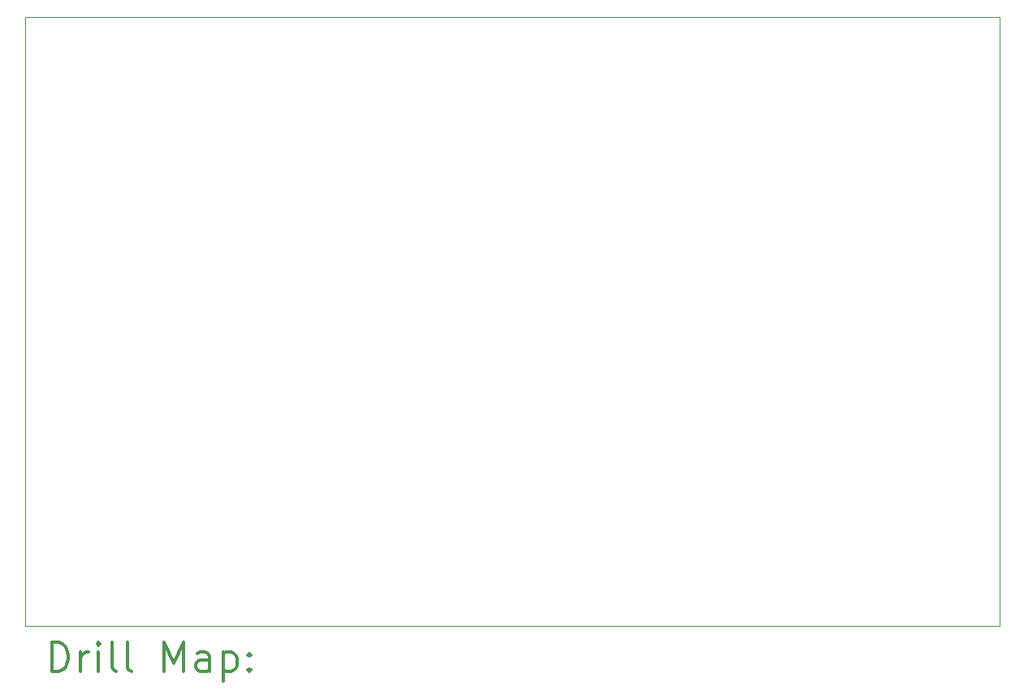
<source format=gbr>
%FSLAX45Y45*%
G04 Gerber Fmt 4.5, Leading zero omitted, Abs format (unit mm)*
G04 Created by KiCad (PCBNEW (5.1.9)-1) date 2021-06-15 15:58:56*
%MOMM*%
%LPD*%
G01*
G04 APERTURE LIST*
%TA.AperFunction,Profile*%
%ADD10C,0.100000*%
%TD*%
%ADD11C,0.200000*%
%ADD12C,0.300000*%
G04 APERTURE END LIST*
D10*
X12827000Y-15367000D02*
X12827000Y-9017000D01*
X22987000Y-15367000D02*
X12827000Y-15367000D01*
X22987000Y-9017000D02*
X22987000Y-15367000D01*
X12827000Y-9017000D02*
X22987000Y-9017000D01*
D11*
D12*
X13108428Y-15837714D02*
X13108428Y-15537714D01*
X13179857Y-15537714D01*
X13222714Y-15552000D01*
X13251286Y-15580571D01*
X13265571Y-15609143D01*
X13279857Y-15666286D01*
X13279857Y-15709143D01*
X13265571Y-15766286D01*
X13251286Y-15794857D01*
X13222714Y-15823429D01*
X13179857Y-15837714D01*
X13108428Y-15837714D01*
X13408428Y-15837714D02*
X13408428Y-15637714D01*
X13408428Y-15694857D02*
X13422714Y-15666286D01*
X13437000Y-15652000D01*
X13465571Y-15637714D01*
X13494143Y-15637714D01*
X13594143Y-15837714D02*
X13594143Y-15637714D01*
X13594143Y-15537714D02*
X13579857Y-15552000D01*
X13594143Y-15566286D01*
X13608428Y-15552000D01*
X13594143Y-15537714D01*
X13594143Y-15566286D01*
X13779857Y-15837714D02*
X13751286Y-15823429D01*
X13737000Y-15794857D01*
X13737000Y-15537714D01*
X13937000Y-15837714D02*
X13908428Y-15823429D01*
X13894143Y-15794857D01*
X13894143Y-15537714D01*
X14279857Y-15837714D02*
X14279857Y-15537714D01*
X14379857Y-15752000D01*
X14479857Y-15537714D01*
X14479857Y-15837714D01*
X14751286Y-15837714D02*
X14751286Y-15680571D01*
X14737000Y-15652000D01*
X14708428Y-15637714D01*
X14651286Y-15637714D01*
X14622714Y-15652000D01*
X14751286Y-15823429D02*
X14722714Y-15837714D01*
X14651286Y-15837714D01*
X14622714Y-15823429D01*
X14608428Y-15794857D01*
X14608428Y-15766286D01*
X14622714Y-15737714D01*
X14651286Y-15723429D01*
X14722714Y-15723429D01*
X14751286Y-15709143D01*
X14894143Y-15637714D02*
X14894143Y-15937714D01*
X14894143Y-15652000D02*
X14922714Y-15637714D01*
X14979857Y-15637714D01*
X15008428Y-15652000D01*
X15022714Y-15666286D01*
X15037000Y-15694857D01*
X15037000Y-15780571D01*
X15022714Y-15809143D01*
X15008428Y-15823429D01*
X14979857Y-15837714D01*
X14922714Y-15837714D01*
X14894143Y-15823429D01*
X15165571Y-15809143D02*
X15179857Y-15823429D01*
X15165571Y-15837714D01*
X15151286Y-15823429D01*
X15165571Y-15809143D01*
X15165571Y-15837714D01*
X15165571Y-15652000D02*
X15179857Y-15666286D01*
X15165571Y-15680571D01*
X15151286Y-15666286D01*
X15165571Y-15652000D01*
X15165571Y-15680571D01*
M02*

</source>
